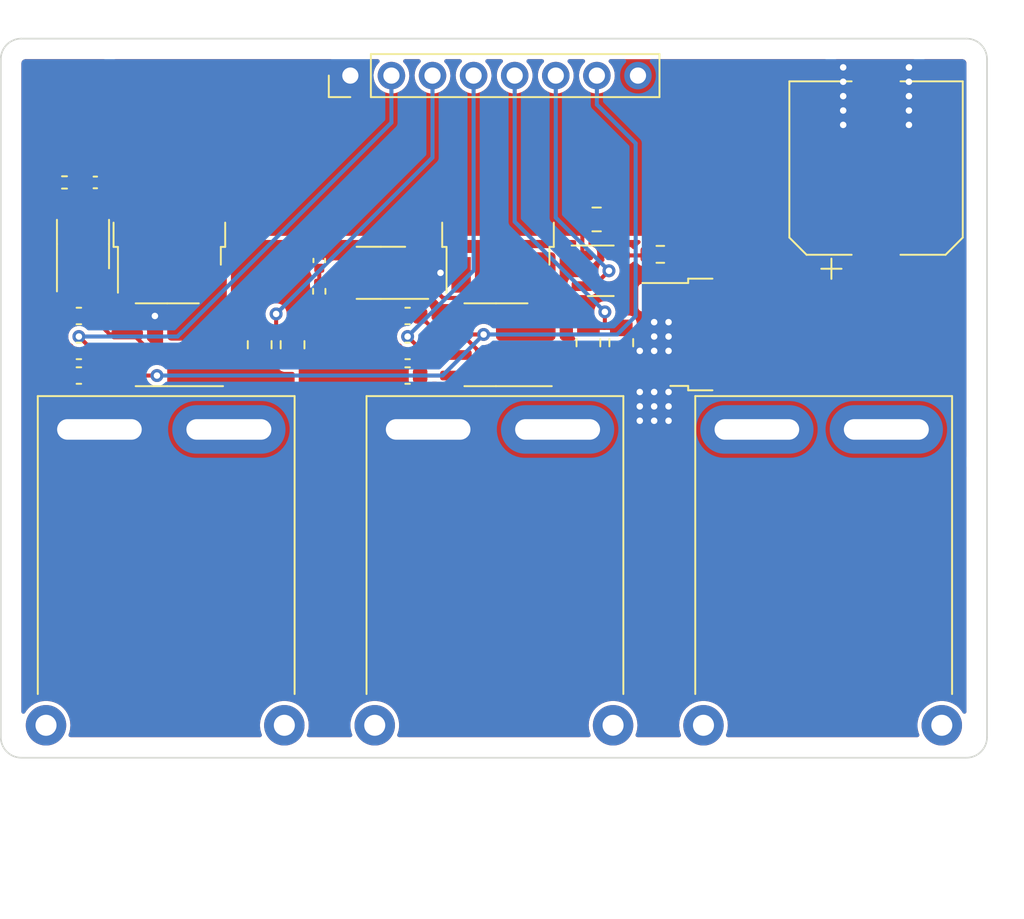
<source format=kicad_pcb>
(kicad_pcb (version 20211014) (generator pcbnew)
  (layers (0 "F.Cu" signal) (31 "B.Cu" signal) (34 "B.Paste" user) (35 "F.Paste" user) (36 "B.SilkS" user "B.Silkscreen") (37 "F.SilkS" user "F.Silkscreen") (38 "B.Mask" user) (39 "F.Mask" user) (44 "Edge.Cuts" user))
  (net 0 "")
  (net 1 "Net-(C1-Pad1)")
  (net 2 "GND")
  (net 3 "Net-(C2-Pad1)")
  (net 4 "+12V")
  (net 5 "+BATT")
  (net 6 "Net-(Q1-Pad1)")
  (net 7 "OUT")
  (net 8 "Net-(Q2-Pad1)")
  (net 15 "+3V3")
  (net 16 "SENSE_PS")
  (net 17 "SENSE_BATT")
  (net 18 "PS_POS")
  (net 19 "BATT_POS")
  (net 20 "BATTERY_VOLTAGE")
  (net 21 "PS_VOLTAGE")
  (net 22 "LOAD_OUT")
  (net 23 "Net-(Q3-Pad1)")
  (net 24 "Net-(R7-Pad1)")
  (net 25 "LOAD_TRIGGER")
  (footprint "Resistor_SMD:R_0805_2012Metric" (layer "F.Cu") (at 107.442 41.656 -90)
    (fp_text reference "R5" hide)
    (fp_text value "5.6kΩ")
    (fp_line (start -0.227064 -0.735) (end 0.227064 -0.735) (layer "F.SilkS") (width 0.12))
    (fp_line (start -0.227064 0.735) (end 0.227064 0.735) (layer "F.SilkS") (width 0.12))
    (pad "1" smd roundrect (at -0.9125 0 270) (size 1.025 1.4) (layers "F.Cu" "F.Paste" "F.Mask") (roundrect_rratio 0.243902439) (net 20 "BATTERY_VOLTAGE"))
    (pad "2" smd roundrect (at 0.9125 0 270) (size 1.025 1.4) (layers "F.Cu" "F.Paste" "F.Mask") (roundrect_rratio 0.243902439) (net 5 "+BATT"))
  )
  (footprint "Capacitor_SMD:C_0402_1005Metric" (layer "F.Cu") (at 76.962 31.75)
    (fp_text reference "C1" hide)
    (fp_text value "0.1uF")
    (fp_line (start -0.107836 0.36) (end 0.107836 0.36) (layer "F.SilkS") (width 0.12))
    (fp_line (start -0.107836 -0.36) (end 0.107836 -0.36) (layer "F.SilkS") (width 0.12))
    (pad "1" smd roundrect (at -0.48 0) (size 0.56 0.62) (layers "F.Cu" "F.Paste" "F.Mask") (net 1 "Net-(C1-Pad1)"))
    (pad "2" smd roundrect (at 0.48 0) (size 0.56 0.62) (layers "F.Cu" "F.Paste" "F.Mask") (net 2 "GND"))
  )
  (footprint "Capacitor_SMD:C_0603_1608Metric" (layer "F.Cu") (at 96.266 42.164 180)
    (fp_text reference "C8" hide)
    (fp_text value "4.7nF")
    (fp_line (start -0.14058 0.51) (end 0.14058 0.51) (layer "F.SilkS") (width 0.12))
    (fp_line (start -0.14058 -0.51) (end 0.14058 -0.51) (layer "F.SilkS") (width 0.12))
    (pad "1" smd roundrect (at -0.775 0 180) (size 0.9 0.95) (layers "F.Cu" "F.Paste" "F.Mask") (net 17 "SENSE_BATT"))
    (pad "2" smd roundrect (at 0.775 0 180) (size 0.9 0.95) (layers "F.Cu" "F.Paste" "F.Mask") (net 2 "GND"))
  )
  (footprint "Resistor_SMD:R_0402_1005Metric" (layer "F.Cu") (at 75.057 31.75 180)
    (fp_text reference "R1" hide)
    (fp_text value "100Ω")
    (fp_line (start -0.153641 0.38) (end 0.153641 0.38) (layer "F.SilkS") (width 0.12))
    (fp_line (start -0.153641 -0.38) (end 0.153641 -0.38) (layer "F.SilkS") (width 0.12))
    (pad "1" smd roundrect (at -0.51 0 180) (size 0.54 0.64) (layers "F.Cu" "F.Paste" "F.Mask") (net 1 "Net-(C1-Pad1)"))
    (pad "2" smd roundrect (at 0.51 0 180) (size 0.54 0.64) (layers "F.Cu" "F.Paste" "F.Mask") (net 7 "OUT"))
  )
  (footprint "Resistor_SMD:R_0603_1608Metric" (layer "F.Cu") (at 111.887 36.195)
    (fp_text reference "R7" hide)
    (fp_text value "100Ω")
    (fp_line (start -0.237258 -0.5225) (end 0.237258 -0.5225) (layer "F.SilkS") (width 0.12))
    (fp_line (start -0.237258 0.5225) (end 0.237258 0.5225) (layer "F.SilkS") (width 0.12))
    (pad "1" smd roundrect (at -0.825 0) (size 0.8 0.95) (layers "F.Cu" "F.Paste" "F.Mask") (net 24 "Net-(R7-Pad1)"))
    (pad "2" smd roundrect (at 0.825 0) (size 0.8 0.95) (layers "F.Cu" "F.Paste" "F.Mask") (net 23 "Net-(Q3-Pad1)"))
  )
  (footprint "Package_TO_SOT_SMD:TO-252-2" (layer "F.Cu") (at 101.853 33.265 90)
    (fp_text reference "Q2" hide)
    (fp_text value "AOD508")
    (fp_line (start -0.97 -3.45) (end -2.47 -3.45) (layer "F.SilkS") (width 0.12))
    (fp_line (start -2.47 -3.18) (end -5.3 -3.18) (layer "F.SilkS") (width 0.12))
    (fp_line (start -2.47 -3.45) (end -2.47 -3.18) (layer "F.SilkS") (width 0.12))
    (fp_line (start -2.47 3.45) (end -2.47 3.18) (layer "F.SilkS") (width 0.12))
    (fp_line (start -2.47 3.18) (end -3.57 3.18) (layer "F.SilkS") (width 0.12))
    (fp_line (start -0.97 3.45) (end -2.47 3.45) (layer "F.SilkS") (width 0.12))
    (pad "1" smd rect (at -4.2 -2.28 90) (size 2.2 1.2) (layers "F.Cu" "F.Paste" "F.Mask") (net 8 "Net-(Q2-Pad1)"))
    (pad "2" smd rect (at 2.1 0 90) (size 6.4 5.8) (layers "F.Cu" "F.Mask") (net 7 "OUT"))
    (pad "3" smd rect (at -4.2 2.28 90) (size 2.2 1.2) (layers "F.Cu" "F.Paste" "F.Mask") (net 19 "BATT_POS"))
  )
  (footprint "Resistor_SMD:R_0805_2012Metric" (layer "F.Cu") (at 89.154 41.783 90)
    (fp_text reference "R4" hide)
    (fp_text value "1.5k")
    (fp_line (start -0.227064 0.735) (end 0.227064 0.735) (layer "F.SilkS") (width 0.12))
    (fp_line (start -0.227064 -0.735) (end 0.227064 -0.735) (layer "F.SilkS") (width 0.12))
    (pad "1" smd roundrect (at -0.9125 0 90) (size 1.025 1.4) (layers "F.Cu" "F.Paste" "F.Mask") (roundrect_rratio 0.243902439) (net 2 "GND"))
    (pad "2" smd roundrect (at 0.9125 0 90) (size 1.025 1.4) (layers "F.Cu" "F.Paste" "F.Mask") (roundrect_rratio 0.243902439) (net 21 "PS_VOLTAGE"))
  )
  (footprint "Capacitor_SMD:C_0603_1608Metric" (layer "F.Cu") (at 75.946 42.164 180)
    (fp_text reference "C5" hide)
    (fp_text value "4.7nF")
    (fp_line (start -0.14058 0.51) (end 0.14058 0.51) (layer "F.SilkS") (width 0.12))
    (fp_line (start -0.14058 -0.51) (end 0.14058 -0.51) (layer "F.SilkS") (width 0.12))
    (pad "1" smd roundrect (at -0.775 0 180) (size 0.9 0.95) (layers "F.Cu" "F.Paste" "F.Mask") (net 16 "SENSE_PS"))
    (pad "2" smd roundrect (at 0.775 0 180) (size 0.9 0.95) (layers "F.Cu" "F.Paste" "F.Mask") (net 2 "GND"))
  )
  (footprint "Package_SO:SOIC-8_3.9x4.9mm_P1.27mm" (layer "F.Cu") (at 101.727 41.783 180)
    (fp_text reference "U4" hide)
    (fp_text value "MLX91221")
    (fp_line (start 0 -2.56) (end 1.95 -2.56) (layer "F.SilkS") (width 0.12))
    (fp_line (start 0 -2.56) (end -3.45 -2.56) (layer "F.SilkS") (width 0.12))
    (fp_line (start 0 2.56) (end 1.95 2.56) (layer "F.SilkS") (width 0.12))
    (fp_line (start 0 2.56) (end -1.95 2.56) (layer "F.SilkS") (width 0.12))
    (pad "1" smd roundrect (at -2.475 -1.905 180) (size 1.95 0.6) (layers "F.Cu" "F.Paste" "F.Mask") (net 5 "+BATT"))
    (pad "2" smd roundrect (at -2.475 -0.635 180) (size 1.95 0.6) (layers "F.Cu" "F.Paste" "F.Mask") (net 5 "+BATT"))
    (pad "3" smd roundrect (at -2.475 0.635 180) (size 1.95 0.6) (layers "F.Cu" "F.Paste" "F.Mask") (net 19 "BATT_POS"))
    (pad "4" smd roundrect (at -2.475 1.905 180) (size 1.95 0.6) (layers "F.Cu" "F.Paste" "F.Mask") (net 19 "BATT_POS"))
    (pad "5" smd roundrect (at 2.475 1.905 180) (size 1.95 0.6) (layers "F.Cu" "F.Paste" "F.Mask") (net 2 "GND"))
    (pad "6" smd roundrect (at 2.475 0.635 180) (size 1.95 0.6) (layers "F.Cu" "F.Paste" "F.Mask") (net 15 "+3V3"))
    (pad "7" smd roundrect (at 2.475 -0.635 180) (size 1.95 0.6) (layers "F.Cu" "F.Paste" "F.Mask") (net 17 "SENSE_BATT"))
    (pad "8" smd roundrect (at 2.475 -1.905 180) (size 1.95 0.6) (layers "F.Cu" "F.Paste" "F.Mask") (net 15 "+3V3"))
  )
  (footprint "Package_TO_SOT_SMD:SOT-23-5" (layer "F.Cu") (at 108.204 37.211)
    (fp_text reference "U5" hide)
    (fp_text value "UCC27517")
    (fp_line (start 0 -1.56) (end 0.8 -1.56) (layer "F.SilkS") (width 0.12))
    (fp_line (start 0 -1.56) (end -1.8 -1.56) (layer "F.SilkS") (width 0.12))
    (fp_line (start 0 1.56) (end 0.8 1.56) (layer "F.SilkS") (width 0.12))
    (fp_line (start 0 1.56) (end -0.8 1.56) (layer "F.SilkS") (width 0.12))
    (pad "1" smd roundrect (at -1.1375 -0.95) (size 1.325 0.6) (layers "F.Cu" "F.Paste" "F.Mask") (net 7 "OUT"))
    (pad "2" smd roundrect (at -1.1375 0) (size 1.325 0.6) (layers "F.Cu" "F.Paste" "F.Mask") (net 2 "GND"))
    (pad "3" smd roundrect (at -1.1375 0.95) (size 1.325 0.6) (layers "F.Cu" "F.Paste" "F.Mask") (net 25 "LOAD_TRIGGER"))
    (pad "4" smd roundrect (at 1.1375 0.95) (size 1.325 0.6) (layers "F.Cu" "F.Paste" "F.Mask") (net 2 "GND"))
    (pad "5" smd roundrect (at 1.1375 -0.95) (size 1.325 0.6) (layers "F.Cu" "F.Paste" "F.Mask") (net 24 "Net-(R7-Pad1)"))
  )
  (footprint "Connector_PinHeader_2.54mm:PinHeader_1x08_P2.54mm_Vertical" (layer "F.Cu") (at 92.725 25.146 90)
    (fp_text reference "J4" hide)
    (fp_text value "Conn_01x08")
    (fp_line (start -1.33 1.27) (end -1.33 19.11) (layer "F.SilkS") (width 0.12))
    (fp_line (start -1.33 1.27) (end 1.33 1.27) (layer "F.SilkS") (width 0.12))
    (fp_line (start -1.33 -1.33) (end 0 -1.33) (layer "F.SilkS") (width 0.12))
    (fp_line (start -1.33 0) (end -1.33 -1.33) (layer "F.SilkS") (width 0.12))
    (fp_line (start -1.33 19.11) (end 1.33 19.11) (layer "F.SilkS") (width 0.12))
    (fp_line (start 1.33 1.27) (end 1.33 19.11) (layer "F.SilkS") (width 0.12))
    (pad "1" thru_hole rect (at 0 0 90) (size 1.7 1.7) (drill 1) (layers *.Cu *.Mask) (net 2 "GND"))
    (pad "2" thru_hole oval (at 0 2.54 90) (size 1.7 1.7) (drill 1) (layers *.Cu *.Mask) (net 16 "SENSE_PS"))
    (pad "3" thru_hole oval (at 0 5.08 90) (size 1.7 1.7) (drill 1) (layers *.Cu *.Mask) (net 21 "PS_VOLTAGE"))
    (pad "4" thru_hole oval (at 0 7.62 90) (size 1.7 1.7) (drill 1) (layers *.Cu *.Mask) (net 17 "SENSE_BATT"))
    (pad "5" thru_hole oval (at 0 10.16 90) (size 1.7 1.7) (drill 1) (layers *.Cu *.Mask) (net 20 "BATTERY_VOLTAGE"))
    (pad "6" thru_hole oval (at 0 12.7 90) (size 1.7 1.7) (drill 1) (layers *.Cu *.Mask) (net 25 "LOAD_TRIGGER"))
    (pad "7" thru_hole oval (at 0 15.24 90) (size 1.7 1.7) (drill 1) (layers *.Cu *.Mask) (net 15 "+3V3"))
    (pad "8" thru_hole oval (at 0 17.78 90) (size 1.7 1.7) (drill 1) (layers *.Cu *.Mask) (net 7 "OUT"))
  )
  (footprint "Capacitor_SMD:C_0603_1608Metric" (layer "F.Cu") (at 96.266 43.688 180)
    (fp_text reference "C6" hide)
    (fp_text value "47nF")
    (fp_line (start -0.14058 0.51) (end 0.14058 0.51) (layer "F.SilkS") (width 0.12))
    (fp_line (start -0.14058 -0.51) (end 0.14058 -0.51) (layer "F.SilkS") (width 0.12))
    (pad "1" smd roundrect (at -0.775 0 180) (size 0.9 0.95) (layers "F.Cu" "F.Paste" "F.Mask") (net 15 "+3V3"))
    (pad "2" smd roundrect (at 0.775 0 180) (size 0.9 0.95) (layers "F.Cu" "F.Paste" "F.Mask") (net 2 "GND"))
  )
  (footprint "Capacitor_SMD:CP_Elec_10x10.5" (layer "F.Cu") (at 125.222 30.861 90)
    (fp_text reference "C11" hide)
    (fp_text value "470uF/25V")
    (fp_line (start -5.36 4.295563) (end -4.295563 5.36) (layer "F.SilkS") (width 0.12))
    (fp_line (start -4.295563 5.36) (end 5.36 5.36) (layer "F.SilkS") (width 0.12))
    (fp_line (start 5.36 -5.36) (end 5.36 -1.51) (layer "F.SilkS") (width 0.12))
    (fp_line (start -5.36 4.295563) (end -5.36 1.51) (layer "F.SilkS") (width 0.12))
    (fp_line (start -6.85 -2.76) (end -5.6 -2.76) (layer "F.SilkS") (width 0.12))
    (fp_line (start 5.36 5.36) (end 5.36 1.51) (layer "F.SilkS") (width 0.12))
    (fp_line (start -5.36 -4.295563) (end -4.295563 -5.36) (layer "F.SilkS") (width 0.12))
    (fp_line (start -4.295563 -5.36) (end 5.36 -5.36) (layer "F.SilkS") (width 0.12))
    (fp_line (start -5.36 -4.295563) (end -5.36 -1.51) (layer "F.SilkS") (width 0.12))
    (fp_line (start -6.225 -3.385) (end -6.225 -2.135) (layer "F.SilkS") (width 0.12))
    (pad "1" smd roundrect (at -4.2 0 90) (size 4.4 2.5) (layers "F.Cu" "F.Paste" "F.Mask") (roundrect_rratio 0.1) (net 7 "OUT"))
    (pad "2" smd roundrect (at 4.2 0 90) (size 4.4 2.5) (layers "F.Cu" "F.Paste" "F.Mask") (roundrect_rratio 0.1) (net 2 "GND"))
  )
  (footprint "Capacitor_SMD:C_0402_1005Metric" (layer "F.Cu") (at 90.805 36.576 90)
    (fp_text reference "C2" hide)
    (fp_text value "0.1uF")
    (fp_line (start -0.107836 -0.36) (end 0.107836 -0.36) (layer "F.SilkS") (width 0.12))
    (fp_line (start -0.107836 0.36) (end 0.107836 0.36) (layer "F.SilkS") (width 0.12))
    (pad "1" smd roundrect (at -0.48 0 90) (size 0.56 0.62) (layers "F.Cu" "F.Paste" "F.Mask") (net 3 "Net-(C2-Pad1)"))
    (pad "2" smd roundrect (at 0.48 0 90) (size 0.56 0.62) (layers "F.Cu" "F.Paste" "F.Mask") (net 2 "GND"))
  )
  (footprint "01-rickbassham:PP45-SHORT" (layer "F.Cu") (at 108.966 76.708 180)
    (fp_text reference "J2" hide)
    (fp_text value "PP45-SHORT")
    (fp_line (start -0.635 31.75) (end 15.24 31.75) (layer "F.SilkS") (width 0.12))
    (fp_line (start -0.635 13.335) (end -0.635 31.75) (layer "F.SilkS") (width 0.12))
    (fp_line (start 15.24 31.75) (end 15.24 13.335) (layer "F.SilkS") (width 0.12))
    (pad "" thru_hole circle (at 14.732 11.402 180) (size 2.5 2.5) (drill 1.3) (layers *.Cu *.Mask))
    (pad "" thru_hole circle (at 0 11.402 180) (size 2.5 2.5) (drill 1.3) (layers *.Cu *.Mask))
    (pad "1" thru_hole oval (at 3.429 29.69 180) (size 7 3) (drill oval 5.25 1.27) (layers *.Cu *.Mask) (net 5 "+BATT"))
    (pad "2" thru_hole oval (at 11.43 29.69 180) (size 7 3) (drill oval 5.23 1.27) (layers *.Cu *.Mask) (net 2 "GND"))
  )
  (footprint "Package_TO_SOT_SMD:TO-252-2" (layer "F.Cu") (at 116.078 41.148)
    (fp_text reference "Q3" hide)
    (fp_text value "AOD508")
    (fp_line (start -2.47 3.18) (end -3.57 3.18) (layer "F.SilkS") (width 0.12))
    (fp_line (start -2.47 -3.18) (end -5.3 -3.18) (layer "F.SilkS") (width 0.12))
    (fp_line (start -2.47 3.45) (end -2.47 3.18) (layer "F.SilkS") (width 0.12))
    (fp_line (start -0.97 3.45) (end -2.47 3.45) (layer "F.SilkS") (width 0.12))
    (fp_line (start -0.97 -3.45) (end -2.47 -3.45) (layer "F.SilkS") (width 0.12))
    (fp_line (start -2.47 -3.45) (end -2.47 -3.18) (layer "F.SilkS") (width 0.12))
    (pad "1" smd rect (at -4.2 -2.28) (size 2.2 1.2) (layers "F.Cu" "F.Paste" "F.Mask") (net 23 "Net-(Q3-Pad1)"))
    (pad "2" smd rect (at 2.1 0) (size 6.4 5.8) (layers "F.Cu" "F.Mask") (net 22 "LOAD_OUT"))
    (pad "3" smd rect (at -4.2 2.28) (size 2.2 1.2) (layers "F.Cu" "F.Paste" "F.Mask") (net 2 "GND"))
  )
  (footprint "Package_SO:MSOP-8_3x3mm_P0.65mm" (layer "F.Cu") (at 94.615 37.338 180)
    (fp_text reference "U2" hide)
    (fp_text value "LTC4357MS8")
    (fp_line (start 0 -1.61) (end -2.925 -1.61) (layer "F.SilkS") (width 0.12))
    (fp_line (start 0 1.61) (end -1.5 1.61) (layer "F.SilkS") (width 0.12))
    (fp_line (start 0 1.61) (end 1.5 1.61) (layer "F.SilkS") (width 0.12))
    (fp_line (start 0 -1.61) (end 1.5 -1.61) (layer "F.SilkS") (width 0.12))
    (pad "1" smd roundrect (at -2.1125 -0.975 180) (size 1.625 0.4) (layers "F.Cu" "F.Paste" "F.Mask") (net 19 "BATT_POS"))
    (pad "2" smd roundrect (at -2.1125 -0.325 180) (size 1.625 0.4) (layers "F.Cu" "F.Paste" "F.Mask"))
    (pad "3" smd roundrect (at -2.1125 0.325 180) (size 1.625 0.4) (layers "F.Cu" "F.Paste" "F.Mask"))
    (pad "4" smd roundrect (at -2.1125 0.975 180) (size 1.625 0.4) (layers "F.Cu" "F.Paste" "F.Mask") (net 8 "Net-(Q2-Pad1)"))
    (pad "5" smd roundrect (at 2.1125 0.975 180) (size 1.625 0.4) (layers "F.Cu" "F.Paste" "F.Mask") (net 2 "GND"))
    (pad "6" smd roundrect (at 2.1125 0.325 180) (size 1.625 0.4) (layers "F.Cu" "F.Paste" "F.Mask"))
    (pad "7" smd roundrect (at 2.1125 -0.325 180) (size 1.625 0.4) (layers "F.Cu" "F.Paste" "F.Mask") (net 3 "Net-(C2-Pad1)"))
    (pad "8" smd roundrect (at 2.1125 -0.975 180) (size 1.625 0.4) (layers "F.Cu" "F.Paste" "F.Mask") (net 7 "OUT"))
  )
  (footprint "Capacitor_SMD:C_0603_1608Metric" (layer "F.Cu") (at 75.946 43.688 180)
    (fp_text reference "C4" hide)
    (fp_text value "47nF")
    (fp_line (start -0.14058 -0.51) (end 0.14058 -0.51) (layer "F.SilkS") (width 0.12))
    (fp_line (start -0.14058 0.51) (end 0.14058 0.51) (layer "F.SilkS") (width 0.12))
    (pad "1" smd roundrect (at -0.775 0 180) (size 0.9 0.95) (layers "F.Cu" "F.Paste" "F.Mask") (net 15 "+3V3"))
    (pad "2" smd roundrect (at 0.775 0 180) (size 0.9 0.95) (layers "F.Cu" "F.Paste" "F.Mask") (net 2 "GND"))
  )
  (footprint "Capacitor_SMD:C_0805_2012Metric" (layer "F.Cu") (at 107.95 34.036)
    (fp_text reference "C9" hide)
    (fp_text value "22uF")
    (fp_line (start -0.261252 -0.735) (end 0.261252 -0.735) (layer "F.SilkS") (width 0.12))
    (fp_line (start -0.261252 0.735) (end 0.261252 0.735) (layer "F.SilkS") (width 0.12))
    (pad "1" smd roundrect (at -0.95 0) (size 1 1.45) (layers "F.Cu" "F.Paste" "F.Mask") (net 7 "OUT"))
    (pad "2" smd roundrect (at 0.95 0) (size 1 1.45) (layers "F.Cu" "F.Paste" "F.Mask") (net 2 "GND"))
  )
  (footprint "Capacitor_SMD:C_0603_1608Metric" (layer "F.Cu") (at 75.946 40.005 180)
    (fp_text reference "C7" hide)
    (fp_text value "47nF")
    (fp_line (start -0.14058 -0.51) (end 0.14058 -0.51) (layer "F.SilkS") (width 0.12))
    (fp_line (start -0.14058 0.51) (end 0.14058 0.51) (layer "F.SilkS") (width 0.12))
    (pad "1" smd roundrect (at -0.775 0 180) (size 0.9 0.95) (layers "F.Cu" "F.Paste" "F.Mask") (net 15 "+3V3"))
    (pad "2" smd roundrect (at 0.775 0 180) (size 0.9 0.95) (layers "F.Cu" "F.Paste" "F.Mask") (net 2 "GND"))
  )
  (footprint "Capacitor_SMD:C_0603_1608Metric" (layer "F.Cu") (at 96.266 40.005 180)
    (fp_text reference "C3" hide)
    (fp_text value "47nF")
    (fp_line (start -0.14058 0.51) (end 0.14058 0.51) (layer "F.SilkS") (width 0.12))
    (fp_line (start -0.14058 -0.51) (end 0.14058 -0.51) (layer "F.SilkS") (width 0.12))
    (pad "1" smd roundrect (at -0.775 0 180) (size 0.9 0.95) (layers "F.Cu" "F.Paste" "F.Mask") (net 15 "+3V3"))
    (pad "2" smd roundrect (at 0.775 0 180) (size 0.9 0.95) (layers "F.Cu" "F.Paste" "F.Mask") (net 2 "GND"))
  )
  (footprint "Package_SO:SOIC-8_3.9x4.9mm_P1.27mm" (layer "F.Cu") (at 81.407 41.783 180)
    (fp_text reference "U3" hide)
    (fp_text value "MLX91221")
    (fp_line (start 0 2.56) (end 1.95 2.56) (layer "F.SilkS") (width 0.12))
    (fp_line (start 0 2.56) (end -1.95 2.56) (layer "F.SilkS") (width 0.12))
    (fp_line (start 0 -2.56) (end -3.45 -2.56) (layer "F.SilkS") (width 0.12))
    (fp_line (start 0 -2.56) (end 1.95 -2.56) (layer "F.SilkS") (width 0.12))
    (pad "1" smd roundrect (at -2.475 -1.905 180) (size 1.95 0.6) (layers "F.Cu" "F.Paste" "F.Mask") (net 4 "+12V"))
    (pad "2" smd roundrect (at -2.475 -0.635 180) (size 1.95 0.6) (layers "F.Cu" "F.Paste" "F.Mask") (net 4 "+12V"))
    (pad "3" smd roundrect (at -2.475 0.635 180) (size 1.95 0.6) (layers "F.Cu" "F.Paste" "F.Mask") (net 18 "PS_POS"))
    (pad "4" smd roundrect (at -2.475 1.905 180) (size 1.95 0.6) (layers "F.Cu" "F.Paste" "F.Mask") (net 18 "PS_POS"))
    (pad "5" smd roundrect (at 2.475 1.905 180) (size 1.95 0.6) (layers "F.Cu" "F.Paste" "F.Mask") (net 2 "GND"))
    (pad "6" smd roundrect (at 2.475 0.635 180) (size 1.95 0.6) (layers "F.Cu" "F.Paste" "F.Mask") (net 15 "+3V3"))
    (pad "7" smd roundrect (at 2.475 -0.635 180) (size 1.95 0.6) (layers "F.Cu" "F.Paste" "F.Mask") (net 16 "SENSE_PS"))
    (pad "8" smd roundrect (at 2.475 -1.905 180) (size 1.95 0.6) (layers "F.Cu" "F.Paste" "F.Mask") (net 15 "+3V3"))
  )
  (footprint "Package_TO_SOT_SMD:TO-252-2" (layer "F.Cu") (at 81.54 33.265 90)
    (fp_text reference "Q1" hide)
    (fp_text value "AOD508")
    (fp_line (start -0.97 3.45) (end -2.47 3.45) (layer "F.SilkS") (width 0.12))
    (fp_line (start -2.47 3.18) (end -3.57 3.18) (layer "F.SilkS") (width 0.12))
    (fp_line (start -0.97 -3.45) (end -2.47 -3.45) (layer "F.SilkS") (width 0.12))
    (fp_line (start -2.47 3.45) (end -2.47 3.18) (layer "F.SilkS") (width 0.12))
    (fp_line (start -2.47 -3.18) (end -5.3 -3.18) (layer "F.SilkS") (width 0.12))
    (fp_line (start -2.47 -3.45) (end -2.47 -3.18) (layer "F.SilkS") (width 0.12))
    (pad "1" smd rect (at -4.2 -2.28 90) (size 2.2 1.2) (layers "F.Cu" "F.Paste" "F.Mask") (net 6 "Net-(Q1-Pad1)"))
    (pad "2" smd rect (at 2.1 0 90) (size 6.4 5.8) (layers "F.Cu" "F.Mask") (net 7 "OUT"))
    (pad "3" smd rect (at -4.2 2.28 90) (size 2.2 1.2) (layers "F.Cu" "F.Paste" "F.Mask") (net 18 "PS_POS"))
  )
  (footprint "Resistor_SMD:R_0805_2012Metric" (layer "F.Cu") (at 109.474 41.656 90)
    (fp_text reference "R6" hide)
    (fp_text value "1.5k")
    (fp_line (start -0.227064 -0.735) (end 0.227064 -0.735) (layer "F.SilkS") (width 0.12))
    (fp_line (start -0.227064 0.735) (end 0.227064 0.735) (layer "F.SilkS") (width 0.12))
    (pad "1" smd roundrect (at -0.9125 0 90) (size 1.025 1.4) (layers "F.Cu" "F.Paste" "F.Mask") (roundrect_rratio 0.243902439) (net 2 "GND"))
    (pad "2" smd roundrect (at 0.9125 0 90) (size 1.025 1.4) (layers "F.Cu" "F.Paste" "F.Mask") (roundrect_rratio 0.243902439) (net 20 "BATTERY_VOLTAGE"))
  )
  (footprint "Resistor_SMD:R_0402_1005Metric" (layer "F.Cu") (at 90.805 38.481 -90)
    (fp_text reference "R2" hide)
    (fp_text value "100Ω")
    (fp_line (start -0.153641 -0.38) (end 0.153641 -0.38) (layer "F.SilkS") (width 0.12))
    (fp_line (start -0.153641 0.38) (end 0.153641 0.38) (layer "F.SilkS") (width 0.12))
    (pad "1" smd roundrect (at -0.51 0 270) (size 0.54 0.64) (layers "F.Cu" "F.Paste" "F.Mask") (net 3 "Net-(C2-Pad1)"))
    (pad "2" smd roundrect (at 0.51 0 270) (size 0.54 0.64) (layers "F.Cu" "F.Paste" "F.Mask") (net 7 "OUT"))
  )
  (footprint "Package_SO:MSOP-8_3x3mm_P0.65mm" (layer "F.Cu") (at 76.2 35.56 90)
    (fp_text reference "U1" hide)
    (fp_text value "LTC4357MS8")
    (fp_line (start 0 1.61) (end -1.5 1.61) (layer "F.SilkS") (width 0.12))
    (fp_line (start 0 -1.61) (end 1.5 -1.61) (layer "F.SilkS") (width 0.12))
    (fp_line (start 0 -1.61) (end -2.925 -1.61) (layer "F.SilkS") (width 0.12))
    (fp_line (start 0 1.61) (end 1.5 1.61) (layer "F.SilkS") (width 0.12))
    (pad "1" smd roundrect (at -2.1125 -0.975 90) (size 1.625 0.4) (layers "F.Cu" "F.Paste" "F.Mask") (net 18 "PS_POS"))
    (pad "2" smd roundrect (at -2.1125 -0.325 90) (size 1.625 0.4) (layers "F.Cu" "F.Paste" "F.Mask"))
    (pad "3" smd roundrect (at -2.1125 0.325 90) (size 1.625 0.4) (layers "F.Cu" "F.Paste" "F.Mask"))
    (pad "4" smd roundrect (at -2.1125 0.975 90) (size 1.625 0.4) (layers "F.Cu" "F.Paste" "F.Mask") (net 6 "Net-(Q1-Pad1)"))
    (pad "5" smd roundrect (at 2.1125 0.975 90) (size 1.625 0.4) (layers "F.Cu" "F.Paste" "F.Mask") (net 2 "GND"))
    (pad "6" smd roundrect (at 2.1125 0.325 90) (size 1.625 0.4) (layers "F.Cu" "F.Paste" "F.Mask"))
    (pad "7" smd roundrect (at 2.1125 -0.325 90) (size 1.625 0.4) (layers "F.Cu" "F.Paste" "F.Mask") (net 1 "Net-(C1-Pad1)"))
    (pad "8" smd roundrect (at 2.1125 -0.975 90) (size 1.625 0.4) (layers "F.Cu" "F.Paste" "F.Mask") (net 7 "OUT"))
  )
  (footprint "01-rickbassham:PP45-SHORT" (layer "F.Cu") (at 129.286 76.708 180)
    (fp_text reference "J3" hide)
    (fp_text value "PP45-SHORT")
    (fp_line (start -0.635 31.75) (end 15.24 31.75) (layer "F.SilkS") (width 0.12))
    (fp_line (start -0.635 13.335) (end -0.635 31.75) (layer "F.SilkS") (width 0.12))
    (fp_line (start 15.24 31.75) (end 15.24 13.335) (layer "F.SilkS") (width 0.12))
    (pad "" thru_hole circle (at 0 11.402 180) (size 2.5 2.5) (drill 1.3) (layers *.Cu *.Mask))
    (pad "" thru_hole circle (at 14.732 11.402 180) (size 2.5 2.5) (drill 1.3) (layers *.Cu *.Mask))
    (pad "1" thru_hole oval (at 3.429 29.69 180) (size 7 3) (drill oval 5.25 1.27) (layers *.Cu *.Mask) (net 7 "OUT"))
    (pad "2" thru_hole oval (at 11.43 29.69 180) (size 7 3) (drill oval 5.23 1.27) (layers *.Cu *.Mask) (net 22 "LOAD_OUT"))
  )
  (footprint "Resistor_SMD:R_0805_2012Metric" (layer "F.Cu") (at 87.122 41.783 -90)
    (fp_text reference "R3" hide)
    (fp_text value "5.6kΩ")
    (fp_line (start -0.227064 -0.735) (end 0.227064 -0.735) (layer "F.SilkS") (width 0.12))
    (fp_line (start -0.227064 0.735) (end 0.227064 0.735) (layer "F.SilkS") (width 0.12))
    (pad "1" smd roundrect (at -0.9125 0 270) (size 1.025 1.4) (layers "F.Cu" "F.Paste" "F.Mask") (roundrect_rratio 0.243902439) (net 21 "PS_VOLTAGE"))
    (pad "2" smd roundrect (at 0.9125 0 270) (size 1.025 1.4) (layers "F.Cu" "F.Paste" "F.Mask") (roundrect_rratio 0.243902439) (net 4 "+12V"))
  )
  (footprint "01-rickbassham:PP45-SHORT" (layer "F.Cu") (at 88.646 76.708 180)
    (fp_text reference "J1" hide)
    (fp_text value "PP45-SHORT")
    (fp_line (start -0.635 13.335) (end -0.635 31.75) (layer "F.SilkS") (width 0.12))
    (fp_line (start -0.635 31.75) (end 15.24 31.75) (layer "F.SilkS") (width 0.12))
    (fp_line (start 15.24 31.75) (end 15.24 13.335) (layer "F.SilkS") (width 0.12))
    (pad "" thru_hole circle (at 0 11.402 180) (size 2.5 2.5) (drill 1.3) (layers *.Cu *.Mask))
    (pad "" thru_hole circle (at 14.732 11.402 180) (size 2.5 2.5) (drill 1.3) (layers *.Cu *.Mask))
    (pad "1" thru_hole oval (at 3.429 29.69 180) (size 7 3) (drill oval 5.25 1.27) (layers *.Cu *.Mask) (net 4 "+12V"))
    (pad "2" thru_hole oval (at 11.43 29.69 180) (size 7 3) (drill oval 5.23 1.27) (layers *.Cu *.Mask) (net 2 "GND"))
  )
  (gr_arc (start 71.12 24.13) (mid 71.491974 23.231974) (end 72.39 22.86) (layer "Edge.Cuts") (width 0.1))
  (gr_line (start 130.81 67.31) (end 72.39 67.31) (layer "Edge.Cuts") (width 0.1))
  (gr_arc (start 72.39 67.31) (mid 71.491974 66.938026) (end 71.12 66.04) (layer "Edge.Cuts") (width 0.1))
  (gr_arc (start 130.81 22.86) (mid 131.708026 23.231974) (end 132.08 24.13) (layer "Edge.Cuts") (width 0.1))
  (gr_line (start 71.12 66.04) (end 71.12 24.13) (layer "Edge.Cuts") (width 0.1))
  (gr_line (start 72.39 22.86) (end 130.81 22.86) (layer "Edge.Cuts") (width 0.1))
  (gr_arc (start 132.08 66.04) (mid 131.708026 66.938026) (end 130.81 67.31) (layer "Edge.Cuts") (width 0.1))
  (gr_line (start 132.08 24.13) (end 132.08 66.04) (layer "Edge.Cuts") (width 0.1))
  (segment (start 75.567 31.75) (end 76.482 31.75) (width 0.25) (layer "F.Cu") (net 1))
  (segment (start 75.875 32.058) (end 75.567 31.75) (width 0.25) (layer "F.Cu") (net 1))
  (segment (start 75.875 33.4475) (end 75.875 32.058) (width 0.25) (layer "F.Cu") (net 1))
  (segment (start 108.204 34.732) (end 108.204 36.457072) (width 0.25) (layer "F.Cu") (net 2))
  (segment (start 108.9 34.036) (end 108.204 34.732) (width 0.25) (layer "F.Cu") (net 2))
  (segment (start 108.204 36.457072) (end 107.450072 37.211) (width 0.25) (layer "F.Cu") (net 2))
  (segment (start 107.450072 37.211) (end 107.0665 37.211) (width 0.25) (layer "F.Cu") (net 2))
  (via (at 112.395 45.593) (size 0.8) (drill 0.4) (layers "F.Cu" "B.Cu") (net 2))
  (via (at 111.506 40.386) (size 0.8) (drill 0.4) (layers "F.Cu" "B.Cu") (net 2))
  (via (at 110.617 42.164) (size 0.8) (drill 0.4) (layers "F.Cu" "B.Cu") (net 2))
  (via (at 127.254 24.638) (size 0.8) (drill 0.4) (layers "F.Cu" "B.Cu") (net 2))
  (via (at 111.506 45.593) (size 0.8) (drill 0.4) (layers "F.Cu" "B.Cu") (net 2))
  (via (at 112.395 40.386) (size 0.8) (drill 0.4) (layers "F.Cu" "B.Cu") (net 2))
  (via (at 112.395 42.164) (size 0.8) (drill 0.4) (layers "F.Cu" "B.Cu") (net 2))
  (via (at 110.617 46.482) (size 0.8) (drill 0.4) (layers "F.Cu" "B.Cu") (net 2))
  (via (at 127.254 26.416) (size 0.8) (drill 0.4) (layers "F.Cu" "B.Cu") (net 2))
  (via (at 80.645 40.005) (size 0.8) (drill 0.4) (layers "F.Cu" "B.Cu") (net 2))
  (via (at 123.19 24.638) (size 0.8) (drill 0.4) (layers "F.Cu" "B.Cu") (net 2))
  (via (at 111.506 46.482) (size 0.8) (drill 0.4) (layers "F.Cu" "B.Cu") (net 2))
  (via (at 110.617 45.593) (size 0.8) (drill 0.4) (layers "F.Cu" "B.Cu") (net 2))
  (via (at 127.254 28.194) (size 0.8) (drill 0.4) (layers "F.Cu" "B.Cu") (net 2))
  (via (at 127.254 25.527) (size 0.8) (drill 0.4) (layers "F.Cu" "B.Cu") (net 2))
  (via (at 112.395 41.275) (size 0.8) (drill 0.4) (layers "F.Cu" "B.Cu") (net 2))
  (via (at 123.19 28.194) (size 0.8) (drill 0.4) (layers "F.Cu" "B.Cu") (net 2))
  (via (at 123.19 26.416) (size 0.8) (drill 0.4) (layers "F.Cu" "B.Cu") (net 2))
  (via (at 112.395 46.482) (size 0.8) (drill 0.4) (layers "F.Cu" "B.Cu") (net 2))
  (via (at 111.506 44.704) (size 0.8) (drill 0.4) (layers "F.Cu" "B.Cu") (net 2))
  (via (at 110.617 44.704) (size 0.8) (drill 0.4) (layers "F.Cu" "B.Cu") (net 2))
  (via (at 123.19 27.305) (size 0.8) (drill 0.4) (layers "F.Cu" "B.Cu") (net 2))
  (via (at 111.506 41.275) (size 0.8) (drill 0.4) (layers "F.Cu" "B.Cu") (net 2))
  (via (at 98.298 37.338) (size 0.8) (drill 0.4) (layers "F.Cu" "B.Cu") (net 2))
  (via (at 127.254 27.305) (size 0.8) (drill 0.4) (layers "F.Cu" "B.Cu") (net 2))
  (via (at 123.19 25.527) (size 0.8) (drill 0.4) (layers "F.Cu" "B.Cu") (net 2))
  (via (at 111.506 42.164) (size 0.8) (drill 0.4) (layers "F.Cu" "B.Cu") (net 2))
  (via (at 112.395 44.704) (size 0.8) (drill 0.4) (layers "F.Cu" "B.Cu") (net 2))
  (segment (start 92.5025 37.663) (end 91.113 37.663) (width 0.25) (layer "F.Cu") (net 3))
  (segment (start 90.805 37.056) (end 90.805 37.971) (width 0.25) (layer "F.Cu") (net 3))
  (segment (start 91.113 37.663) (end 90.805 37.971) (width 0.25) (layer "F.Cu") (net 3))
  (segment (start 79.26 37.465) (end 77.3825 37.465) (width 0.25) (layer "F.Cu") (net 6))
  (segment (start 77.3825 37.465) (end 77.175 37.6725) (width 0.25) (layer "F.Cu") (net 6))
  (segment (start 107.0665 34.1025) (end 107 34.036) (width 0.25) (layer "F.Cu") (net 7))
  (segment (start 81.54 31.165) (end 78.12048 34.58452) (width 0.25) (layer "F.Cu") (net 7))
  (segment (start 91.483 38.313) (end 90.805 38.991) (width 0.25) (layer "F.Cu") (net 7))
  (segment (start 92.5025 38.313) (end 91.483 38.313) (width 0.25) (layer "F.Cu") (net 7))
  (segment (start 75.225 32.428) (end 74.547 31.75) (width 0.25) (layer "F.Cu") (net 7))
  (segment (start 75.225 33.4475) (end 75.225 32.428) (width 0.25) (layer "F.Cu") (net 7))
  (segment (start 75.35152 34.58452) (end 75.225 34.458) (width 0.25) (layer "F.Cu") (net 7))
  (segment (start 107.0665 36.261) (end 107.0665 34.1025) (width 0.25) (layer "F.Cu") (net 7))
  (segment (start 101.853 31.165) (end 100.413361 31.165) (width 0.25) (layer "F.Cu") (net 7))
  (segment (start 75.225 34.458) (end 75.225 33.4475) (width 0.25) (layer "F.Cu") (net 7))
  (segment (start 78.12048 34.58452) (end 75.35152 34.58452) (width 0.25) (layer "F.Cu") (net 7))
  (segment (start 100.413361 31.165) (end 93.265361 38.313) (width 0.25) (layer "F.Cu") (net 7))
  (segment (start 93.265361 38.313) (end 92.5025 38.313) (width 0.25) (layer "F.Cu") (net 7))
  (segment (start 96.7275 36.363) (end 98.471 36.363) (width 0.25) (layer "F.Cu") (net 8))
  (segment (start 98.471 36.363) (end 99.573 37.465) (width 0.25) (layer "F.Cu") (net 8))
  (segment (start 77.864 41.148) (end 76.721 40.005) (width 0.25) (layer "F.Cu") (net 15))
  (segment (start 99.252 41.148) (end 98.184 41.148) (width 0.25) (layer "F.Cu") (net 15))
  (segment (start 98.184 41.148) (end 97.041 40.005) (width 0.25) (layer "F.Cu") (net 15))
  (segment (start 78.932 41.148) (end 79.308072 41.148) (width 0.25) (layer "F.Cu") (net 15))
  (segment (start 78.932 43.688) (end 76.721 43.688) (width 0.25) (layer "F.Cu") (net 15))
  (segment (start 99.252 43.688) (end 97.041 43.688) (width 0.25) (layer "F.Cu") (net 15))
  (segment (start 80.23152 42.071448) (end 80.23152 42.83148) (width 0.25) (layer "F.Cu") (net 15))
  (segment (start 79.308072 41.148) (end 80.23152 42.071448) (width 0.25) (layer "F.Cu") (net 15))
  (segment (start 79.375 43.688) (end 78.932 43.688) (width 0.25) (layer "F.Cu") (net 15))
  (segment (start 99.252 41.148) (end 99.628072 41.148) (width 0.25) (layer "F.Cu") (net 15))
  (segment (start 78.932 43.688) (end 80.772 43.688) (width 0.25) (layer "F.Cu") (net 15))
  (segment (start 80.23152 42.83148) (end 79.375 43.688) (width 0.25) (layer "F.Cu") (net 15))
  (segment (start 99.628072 41.148) (end 100.55152 42.071448) (width 0.25) (layer "F.Cu") (net 15))
  (segment (start 78.932 41.148) (end 77.864 41.148) (width 0.25) (layer "F.Cu") (net 15))
  (segment (start 100.55152 42.764552) (end 99.628072 43.688) (width 0.25) (layer "F.Cu") (net 15))
  (segment (start 99.628072 43.688) (end 99.252 43.688) (width 0.25) (layer "F.Cu") (net 15))
  (segment (start 99.252 41.148) (end 100.965 41.148) (width 0.25) (layer "F.Cu") (net 15))
  (segment (start 100.55152 42.071448) (end 100.55152 42.764552) (width 0.25) (layer "F.Cu") (net 15))
  (via (at 80.772 43.688) (size 0.8) (drill 0.4) (layers "F.Cu" "B.Cu") (net 15))
  (via (at 100.965 41.148) (size 0.8) (drill 0.4) (layers "F.Cu" "B.Cu") (net 15))
  (segment (start 110.363 29.337) (end 107.965 26.939) (width 0.25) (layer "B.Cu") (net 15))
  (segment (start 98.425 43.688) (end 100.965 41.148) (width 0.25) (layer "B.Cu") (net 15))
  (segment (start 110.363 40.005) (end 110.363 29.337) (width 0.25) (layer "B.Cu") (net 15))
  (segment (start 80.772 43.688) (end 98.425 43.688) (width 0.25) (layer "B.Cu") (net 15))
  (segment (start 109.22 41.148) (end 110.363 40.005) (width 0.25) (layer "B.Cu") (net 15))
  (segment (start 107.965 26.939) (end 107.965 25.146) (width 0.25) (layer "B.Cu") (net 15))
  (segment (start 100.965 41.148) (end 109.22 41.148) (width 0.25) (layer "B.Cu") (net 15))
  (segment (start 76.975 42.418) (end 76.721 42.164) (width 0.25) (layer "F.Cu") (net 16))
  (segment (start 76.721 42.05) (end 76.721 42.164) (width 0.25) (layer "F.Cu") (net 16))
  (segment (start 78.932 42.418) (end 76.975 42.418) (width 0.25) (layer "F.Cu") (net 16))
  (segment (start 75.946 41.275) (end 76.721 42.05) (width 0.25) (layer "F.Cu") (net 16))
  (via (at 75.946 41.275) (size 0.8) (drill 0.4) (layers "F.Cu" "B.Cu") (net 16))
  (segment (start 75.946 41.275) (end 82.042 41.275) (width 0.25) (layer "B.Cu") (net 16))
  (segment (start 82.042 41.275) (end 95.265 28.052) (width 0.25) (layer "B.Cu") (net 16))
  (segment (start 95.265 28.052) (end 95.265 25.146) (width 0.25) (layer "B.Cu") (net 16))
  (segment (start 97.041 42.05) (end 96.266 41.275) (width 0.25) (layer "F.Cu") (net 17))
  (segment (start 99.252 42.418) (end 97.295 42.418) (width 0.25) (layer "F.Cu") (net 17))
  (segment (start 97.041 42.164) (end 97.041 42.05) (width 0.25) (layer "F.Cu") (net 17))
  (segment (start 97.295 42.418) (end 97.041 42.164) (width 0.25) (layer "F.Cu") (net 17))
  (via (at 96.266 41.275) (size 0.8) (drill 0.4) (layers "F.Cu" "B.Cu") (net 17))
  (segment (start 96.266 41.275) (end 100.345 37.196) (width 0.25) (layer "B.Cu") (net 17))
  (segment (start 100.345 37.196) (end 100.345 25.146) (width 0.25) (layer "B.Cu") (net 17))
  (segment (start 82.395489 38.889511) (end 83.82 37.465) (width 0.25) (layer "F.Cu") (net 18))
  (segment (start 75.225 37.6725) (end 75.225 38.435361) (width 0.25) (layer "F.Cu") (net 18))
  (segment (start 75.67915 38.889511) (end 82.395489 38.889511) (width 0.25) (layer "F.Cu") (net 18))
  (segment (start 75.225 38.435361) (end 75.67915 38.889511) (width 0.25) (layer "F.Cu") (net 18))
  (segment (start 97.876 38.313) (end 98.452511 38.889511) (width 0.25) (layer "F.Cu") (net 19))
  (segment (start 96.7275 38.313) (end 97.876 38.313) (width 0.25) (layer "F.Cu") (net 19))
  (segment (start 102.708489 38.889511) (end 104.133 37.465) (width 0.25) (layer "F.Cu") (net 19))
  (segment (start 98.452511 38.889511) (end 102.708489 38.889511) (width 0.25) (layer "F.Cu") (net 19))
  (segment (start 108.458 39.751) (end 108.458 40.72) (width 0.25) (layer "F.Cu") (net 20))
  (segment (start 108.4345 40.7435) (end 109.474 40.7435) (width 0.25) (layer "F.Cu") (net 20))
  (segment (start 107.442 40.7435) (end 108.4345 40.7435) (width 0.25) (layer "F.Cu") (net 20))
  (segment (start 108.458 40.72) (end 108.4345 40.7435) (width 0.25) (layer "F.Cu") (net 20))
  (via (at 108.458 39.751) (size 0.8) (drill 0.4) (layers "F.Cu" "B.Cu") (net 20))
  (segment (start 102.885 34.178) (end 102.885 25.146) (width 0.25) (layer "B.Cu") (net 20))
  (segment (start 108.458 39.751) (end 102.885 34.178) (width 0.25) (layer "B.Cu") (net 20))
  (segment (start 88.138 39.878) (end 88.138 40.847) (width 0.25) (layer "F.Cu") (net 21))
  (segment (start 87.122 40.8705) (end 88.1145 40.8705) (width 0.25) (layer "F.Cu") (net 21))
  (segment (start 88.1145 40.8705) (end 89.154 40.8705) (width 0.25) (layer "F.Cu") (net 21))
  (segment (start 88.138 40.847) (end 88.1145 40.8705) (width 0.25) (layer "F.Cu") (net 21))
  (via (at 88.138 39.878) (size 0.8) (drill 0.4) (layers "F.Cu" "B.Cu") (net 21))
  (segment (start 88.138 39.878) (end 97.805 30.211) (width 0.25) (layer "B.Cu") (net 21))
  (segment (start 97.805 30.211) (end 97.805 25.146) (width 0.25) (layer "B.Cu") (net 21))
  (segment (start 112.712 36.195) (end 111.878 37.029) (width 0.25) (layer "F.Cu") (net 23))
  (segment (start 111.878 37.029) (end 111.878 38.868) (width 0.25) (layer "F.Cu") (net 23))
  (segment (start 110.996 36.261) (end 111.062 36.195) (width 0.25) (layer "F.Cu") (net 24))
  (segment (start 109.3415 36.261) (end 110.996 36.261) (width 0.25) (layer "F.Cu") (net 24))
  (segment (start 107.0665 38.161) (end 107.762 38.161) (width 0.25) (layer "F.Cu") (net 25))
  (segment (start 107.762 38.161) (end 108.712 37.211) (width 0.25) (layer "F.Cu") (net 25))
  (via (at 108.712 37.211) (size 0.8) (drill 0.4) (layers "F.Cu" "B.Cu") (net 25))
  (segment (start 105.425 33.924) (end 105.425 25.146) (width 0.25) (layer "B.Cu") (net 25))
  (segment (start 108.712 37.211) (end 105.425 33.924) (width 0.25) (layer "B.Cu") (net 25))
  (zone (net 5) (net_name "+BATT") (layer "F.Cu") (connect_pads yes (clearance 0.254)) (min_thickness 0.254) (fill yes (thermal_gap 0.508) (thermal_bridge_width 0.508) (smoothing fillet) (radius 0.254))
    (polygon (pts (xy 109.601 48.895) (xy 101.727 48.895) (xy 101.727 41.783) (xy 109.601 41.783)))
  )
  (zone (net 4) (net_name "+12V") (layer "F.Cu") (connect_pads yes (clearance 0.254)) (min_thickness 0.254) (fill yes (thermal_gap 0.508) (thermal_bridge_width 0.508) (smoothing fillet) (radius 0.254))
    (polygon (pts (xy 89.281 48.895) (xy 81.407 48.895) (xy 81.407 41.783) (xy 89.281 41.783)))
  )
  (zone (net 7) (net_name "OUT") (layer "F.Cu") (connect_pads yes (clearance 0.254)) (min_thickness 0.254) (fill yes (thermal_gap 0.508) (thermal_bridge_width 0.508) (smoothing fillet) (radius 0.254))
    (polygon (pts (xy 128.016 29.464) (xy 128.016 24.13) (xy 130.81 24.13) (xy 130.81 48.895) (xy 121.92 48.895) (xy 121.92 37.338) (xy 113.284 37.338) (xy 113.284 35.052) (xy 77.978 35.052) (xy 77.978 24.13) (xy 122.301 24.13) (xy 122.301 29.464)))
  )
  (zone (net 19) (net_name "BATT_POS") (layer "F.Cu") (connect_pads yes (clearance 0.254)) (min_thickness 0.254) (fill yes (thermal_gap 0.508) (thermal_bridge_width 0.508) (smoothing fillet) (radius 0.254))
    (polygon (pts (xy 105.41 41.529) (xy 101.727 41.529) (xy 101.727 36.068) (xy 105.41 36.068)))
  )
  (zone (net 2) (net_name "GND") (layer "F.Cu") (connect_pads yes (clearance 0.254)) (min_thickness 0.254) (fill yes (thermal_gap 0.508) (thermal_bridge_width 0.508) (smoothing fillet) (radius 0.254))
    (polygon (pts (xy 127.762 29.21) (xy 122.555 29.21) (xy 122.555 24.13) (xy 127.762 24.13)))
  )
  (zone (net 2) (net_name "GND") (layer "F.Cu") (connect_pads yes (clearance 0.254)) (min_thickness 0.254) (fill yes (thermal_gap 0.508) (thermal_bridge_width 0.508) (smoothing fillet) (radius 0.254))
    (polygon (pts (xy 77.724 35.306) (xy 113.03 35.306) (xy 113.03 49.149) (xy 130.81 49.149) (xy 130.81 66.04) (xy 72.39 66.04) (xy 72.39 24.13) (xy 77.724 24.13)))
    (polygon (pts (xy 81.153 35.814) (xy 81.153 49.149) (xy 89.535 49.149) (xy 89.535 41.529) (xy 85.344 41.529) (xy 85.344 35.814)))
    (polygon (pts (xy 101.473 35.814) (xy 101.473 49.149) (xy 109.855 49.149) (xy 109.855 41.529) (xy 105.664 41.529) (xy 105.664 35.814)))
  )
  (zone (net 18) (net_name "PS_POS") (layer "F.Cu") (connect_pads yes (clearance 0.254)) (min_thickness 0.254) (fill yes (thermal_gap 0.508) (thermal_bridge_width 0.508) (smoothing fillet) (radius 0.254))
    (polygon (pts (xy 85.09 41.529) (xy 81.407 41.529) (xy 81.407 36.068) (xy 85.09 36.068)))
  )
  (zone (net 22) (net_name "LOAD_OUT") (layer "F.Cu") (connect_pads yes (clearance 0.254)) (min_thickness 0.254) (fill yes (thermal_gap 0.508) (thermal_bridge_width 0.508) (smoothing fillet) (radius 0.254))
    (polygon (pts (xy 121.666 48.895) (xy 113.284 48.895) (xy 113.284 37.592) (xy 121.666 37.592)))
  )
  (zone (net 2) (net_name "GND") (layer "B.Cu") (connect_pads yes (clearance 0.254)) (min_thickness 0.254) (fill yes (thermal_gap 0.508) (thermal_bridge_width 0.508) (smoothing fillet) (radius 0.254))
    (polygon (pts (xy 130.81 66.04) (xy 72.39 66.04) (xy 72.39 24.13) (xy 130.81 24.13)))
  )
)
</source>
